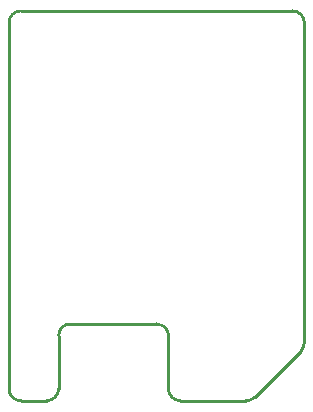
<source format=gko>
G04 Layer: BoardOutlineLayer*
G04 EasyEDA Pro v2.2.40.8, 2025-10-17 17:15:36*
G04 Gerber Generator version 0.3*
G04 Scale: 100 percent, Rotated: No, Reflected: No*
G04 Dimensions in millimeters*
G04 Leading zeros omitted, absolute positions, 4 integers and 5 decimals*
G04 Generated by one-click*
%FSLAX45Y45*%
%MOMM*%
%ADD10C,0.254*%
%ADD11C,0.2686*%
G75*


G04 PolygonModel Start*
G54D10*
G01X2009286Y-80D02*
G01X1450304Y-80D01*
G02X1350304Y99920I0J100000D01*
G01X1350304Y549919D01*
G03X1250304Y649919I-100000J0D01*
G01X519959Y649919D01*
G03X419959Y549919I0J-100000D01*
G01X419959Y99920D01*
G02X319959Y-80I-100000J0D01*
G01X99960Y-80D01*
G02X-40Y99920I0J100000D01*
G01X-40Y3199935D01*
G02X99960Y3299935I100000J0D01*
G01X2400760Y3299935D01*
G02X2500760Y3199935I0J-100000D01*
G01X2500760Y492093D01*
G02X2471534Y421445I-100000J-0D01*
G01X2080060Y29272D01*
G02X2009286Y-80I-70774J70648D01*

M02*


</source>
